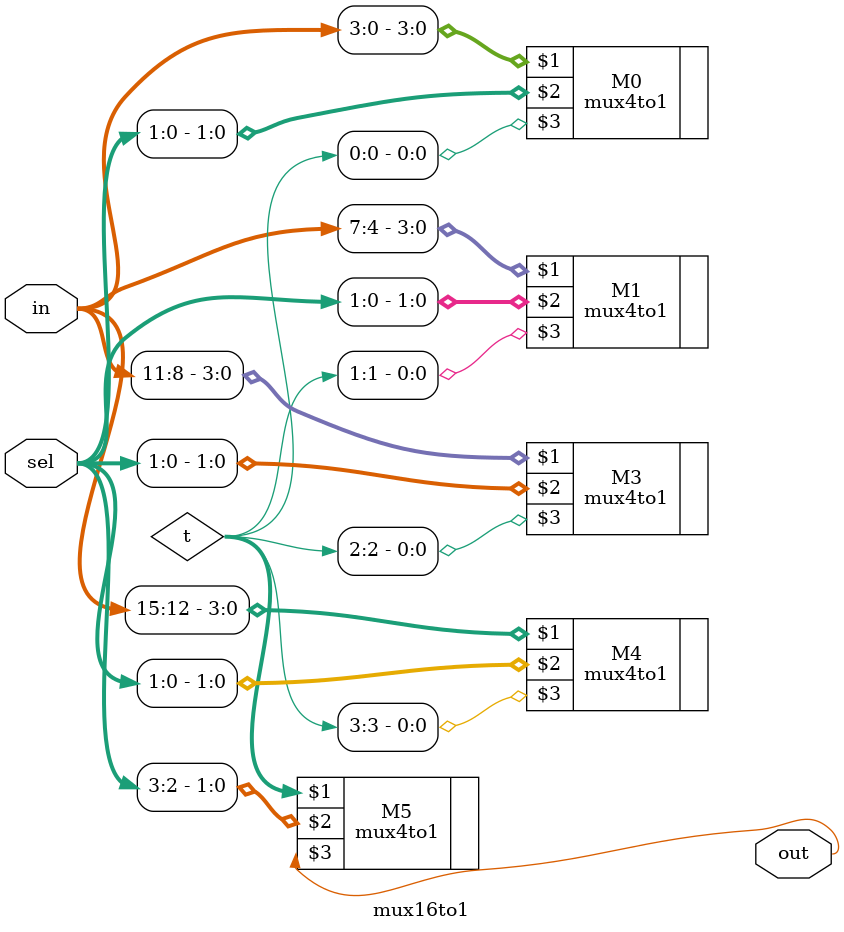
<source format=v>
`timescale 1ns/1ps

module mux16to1(in,sel,out);
input[15:0]in;
input[3:0]sel;
output out;
wire [3:0]t;

mux4to1 M0(in[3:0],sel[1:0],t[0]);
mux4to1 M1(in[7:4],sel[1:0],t[1]);
mux4to1 M3(in[11:8],sel[1:0],t[2]);
mux4to1 M4(in[15:12],sel[1:0],t[3]);
mux4to1 M5(t,sel[3:2],out);
endmodule
</source>
